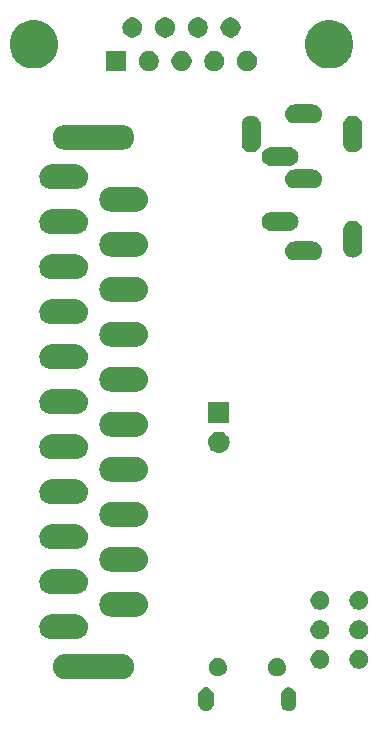
<source format=gbs>
G04 #@! TF.GenerationSoftware,KiCad,Pcbnew,(5.1.0)-1*
G04 #@! TF.CreationDate,2019-10-24T14:33:42-04:00*
G04 #@! TF.ProjectId,SCART to  VGA,53434152-5420-4746-9f20-205647412e6b,rev?*
G04 #@! TF.SameCoordinates,Original*
G04 #@! TF.FileFunction,Soldermask,Bot*
G04 #@! TF.FilePolarity,Negative*
%FSLAX46Y46*%
G04 Gerber Fmt 4.6, Leading zero omitted, Abs format (unit mm)*
G04 Created by KiCad (PCBNEW (5.1.0)-1) date 2019-10-24 14:33:42*
%MOMM*%
%LPD*%
G04 APERTURE LIST*
%ADD10C,0.100000*%
G04 APERTURE END LIST*
D10*
G36*
X92004618Y-135056420D02*
G01*
X92095404Y-135083960D01*
X92127336Y-135093646D01*
X92240425Y-135154094D01*
X92339554Y-135235446D01*
X92420906Y-135334575D01*
X92481354Y-135447664D01*
X92491040Y-135479596D01*
X92518580Y-135570382D01*
X92528000Y-135666027D01*
X92528000Y-136429973D01*
X92518580Y-136525618D01*
X92491040Y-136616404D01*
X92481354Y-136648336D01*
X92420906Y-136761425D01*
X92339554Y-136860553D01*
X92240424Y-136941906D01*
X92127335Y-137002354D01*
X92095403Y-137012040D01*
X92004617Y-137039580D01*
X91877000Y-137052149D01*
X91749382Y-137039580D01*
X91658596Y-137012040D01*
X91626664Y-137002354D01*
X91513575Y-136941906D01*
X91414447Y-136860554D01*
X91333094Y-136761424D01*
X91272646Y-136648335D01*
X91262960Y-136616403D01*
X91235420Y-136525617D01*
X91226000Y-136429972D01*
X91226000Y-135666027D01*
X91235420Y-135570382D01*
X91272645Y-135447668D01*
X91297608Y-135400966D01*
X91333095Y-135334575D01*
X91414447Y-135235446D01*
X91513576Y-135154094D01*
X91626665Y-135093646D01*
X91658597Y-135083960D01*
X91749383Y-135056420D01*
X91877000Y-135043851D01*
X92004618Y-135056420D01*
X92004618Y-135056420D01*
G37*
G36*
X99004617Y-135056420D02*
G01*
X99095403Y-135083960D01*
X99127335Y-135093646D01*
X99240424Y-135154094D01*
X99339554Y-135235447D01*
X99420906Y-135334575D01*
X99481354Y-135447664D01*
X99491040Y-135479596D01*
X99518580Y-135570382D01*
X99528000Y-135666027D01*
X99528000Y-136429973D01*
X99518580Y-136525618D01*
X99491040Y-136616404D01*
X99481354Y-136648336D01*
X99420906Y-136761425D01*
X99339554Y-136860554D01*
X99240425Y-136941906D01*
X99127336Y-137002354D01*
X99095404Y-137012040D01*
X99004618Y-137039580D01*
X98877000Y-137052149D01*
X98749383Y-137039580D01*
X98658597Y-137012040D01*
X98626665Y-137002354D01*
X98513576Y-136941906D01*
X98414447Y-136860554D01*
X98333095Y-136761425D01*
X98272648Y-136648337D01*
X98272645Y-136648332D01*
X98235420Y-136525618D01*
X98226000Y-136429973D01*
X98226000Y-135666028D01*
X98235420Y-135570383D01*
X98272645Y-135447669D01*
X98272646Y-135447665D01*
X98333094Y-135334576D01*
X98414447Y-135235446D01*
X98513575Y-135154094D01*
X98626664Y-135093646D01*
X98658596Y-135083960D01*
X98749382Y-135056420D01*
X98877000Y-135043851D01*
X99004617Y-135056420D01*
X99004617Y-135056420D01*
G37*
G36*
X84862597Y-132225069D02*
G01*
X84965532Y-132235207D01*
X85157389Y-132293407D01*
X85163649Y-132295306D01*
X85260475Y-132347061D01*
X85346229Y-132392897D01*
X85506265Y-132524235D01*
X85637603Y-132684271D01*
X85670191Y-132745239D01*
X85735194Y-132866851D01*
X85735195Y-132866854D01*
X85795293Y-133064968D01*
X85815585Y-133271000D01*
X85795293Y-133477032D01*
X85765772Y-133574348D01*
X85735194Y-133675149D01*
X85683439Y-133771975D01*
X85637603Y-133857729D01*
X85506265Y-134017765D01*
X85346229Y-134149103D01*
X85260475Y-134194939D01*
X85163649Y-134246694D01*
X85163646Y-134246695D01*
X84965532Y-134306793D01*
X84862597Y-134316931D01*
X84811131Y-134322000D01*
X79907869Y-134322000D01*
X79856403Y-134316931D01*
X79753468Y-134306793D01*
X79555354Y-134246695D01*
X79555351Y-134246694D01*
X79458525Y-134194939D01*
X79372771Y-134149103D01*
X79212735Y-134017765D01*
X79081397Y-133857729D01*
X79035561Y-133771975D01*
X78983806Y-133675149D01*
X78953228Y-133574348D01*
X78923707Y-133477032D01*
X78903415Y-133271000D01*
X78923707Y-133064968D01*
X78983805Y-132866854D01*
X78983806Y-132866851D01*
X79048809Y-132745239D01*
X79081397Y-132684271D01*
X79212735Y-132524235D01*
X79372771Y-132392897D01*
X79458525Y-132347061D01*
X79555351Y-132295306D01*
X79561611Y-132293407D01*
X79753468Y-132235207D01*
X79856403Y-132225069D01*
X79907869Y-132220000D01*
X84811131Y-132220000D01*
X84862597Y-132225069D01*
X84862597Y-132225069D01*
G37*
G36*
X93103348Y-132601820D02*
G01*
X93103350Y-132601821D01*
X93103351Y-132601821D01*
X93244574Y-132660317D01*
X93244577Y-132660319D01*
X93371669Y-132745239D01*
X93479761Y-132853331D01*
X93517615Y-132909984D01*
X93564683Y-132980426D01*
X93599701Y-133064968D01*
X93623180Y-133121652D01*
X93653000Y-133271569D01*
X93653000Y-133424431D01*
X93642538Y-133477030D01*
X93623179Y-133574351D01*
X93564683Y-133715574D01*
X93564681Y-133715577D01*
X93479761Y-133842669D01*
X93371669Y-133950761D01*
X93271390Y-134017765D01*
X93244574Y-134035683D01*
X93103351Y-134094179D01*
X93103350Y-134094179D01*
X93103348Y-134094180D01*
X92953431Y-134124000D01*
X92800569Y-134124000D01*
X92650652Y-134094180D01*
X92650650Y-134094179D01*
X92650649Y-134094179D01*
X92509426Y-134035683D01*
X92482610Y-134017765D01*
X92382331Y-133950761D01*
X92274239Y-133842669D01*
X92189319Y-133715577D01*
X92189317Y-133715574D01*
X92130821Y-133574351D01*
X92111463Y-133477030D01*
X92101000Y-133424431D01*
X92101000Y-133271569D01*
X92130820Y-133121652D01*
X92154299Y-133064968D01*
X92189317Y-132980426D01*
X92236385Y-132909984D01*
X92274239Y-132853331D01*
X92382331Y-132745239D01*
X92509423Y-132660319D01*
X92509426Y-132660317D01*
X92650649Y-132601821D01*
X92650650Y-132601821D01*
X92650652Y-132601820D01*
X92800569Y-132572000D01*
X92953431Y-132572000D01*
X93103348Y-132601820D01*
X93103348Y-132601820D01*
G37*
G36*
X98103348Y-132601820D02*
G01*
X98103350Y-132601821D01*
X98103351Y-132601821D01*
X98244574Y-132660317D01*
X98244577Y-132660319D01*
X98371669Y-132745239D01*
X98479761Y-132853331D01*
X98517615Y-132909984D01*
X98564683Y-132980426D01*
X98599701Y-133064968D01*
X98623180Y-133121652D01*
X98653000Y-133271569D01*
X98653000Y-133424431D01*
X98642538Y-133477030D01*
X98623179Y-133574351D01*
X98564683Y-133715574D01*
X98564681Y-133715577D01*
X98479761Y-133842669D01*
X98371669Y-133950761D01*
X98271390Y-134017765D01*
X98244574Y-134035683D01*
X98103351Y-134094179D01*
X98103350Y-134094179D01*
X98103348Y-134094180D01*
X97953431Y-134124000D01*
X97800569Y-134124000D01*
X97650652Y-134094180D01*
X97650650Y-134094179D01*
X97650649Y-134094179D01*
X97509426Y-134035683D01*
X97482610Y-134017765D01*
X97382331Y-133950761D01*
X97274239Y-133842669D01*
X97189319Y-133715577D01*
X97189317Y-133715574D01*
X97130821Y-133574351D01*
X97111463Y-133477030D01*
X97101000Y-133424431D01*
X97101000Y-133271569D01*
X97130820Y-133121652D01*
X97154299Y-133064968D01*
X97189317Y-132980426D01*
X97236385Y-132909984D01*
X97274239Y-132853331D01*
X97382331Y-132745239D01*
X97509423Y-132660319D01*
X97509426Y-132660317D01*
X97650649Y-132601821D01*
X97650650Y-132601821D01*
X97650652Y-132601820D01*
X97800569Y-132572000D01*
X97953431Y-132572000D01*
X98103348Y-132601820D01*
X98103348Y-132601820D01*
G37*
G36*
X105058984Y-131900358D02*
G01*
X105205593Y-131961086D01*
X105205595Y-131961087D01*
X105272014Y-132005467D01*
X105337539Y-132049249D01*
X105449751Y-132161461D01*
X105537914Y-132293407D01*
X105598642Y-132440016D01*
X105629600Y-132595654D01*
X105629600Y-132754346D01*
X105598642Y-132909984D01*
X105537914Y-133056593D01*
X105537913Y-133056595D01*
X105449750Y-133188540D01*
X105337540Y-133300750D01*
X105205595Y-133388913D01*
X105205594Y-133388914D01*
X105205593Y-133388914D01*
X105058984Y-133449642D01*
X104903346Y-133480600D01*
X104744654Y-133480600D01*
X104589016Y-133449642D01*
X104442407Y-133388914D01*
X104442406Y-133388914D01*
X104442405Y-133388913D01*
X104310460Y-133300750D01*
X104198250Y-133188540D01*
X104110087Y-133056595D01*
X104110086Y-133056593D01*
X104049358Y-132909984D01*
X104018400Y-132754346D01*
X104018400Y-132595654D01*
X104049358Y-132440016D01*
X104110086Y-132293407D01*
X104198249Y-132161461D01*
X104310461Y-132049249D01*
X104375986Y-132005467D01*
X104442405Y-131961087D01*
X104442407Y-131961086D01*
X104589016Y-131900358D01*
X104744654Y-131869400D01*
X104903346Y-131869400D01*
X105058984Y-131900358D01*
X105058984Y-131900358D01*
G37*
G36*
X101758984Y-131900358D02*
G01*
X101905593Y-131961086D01*
X101905595Y-131961087D01*
X101972014Y-132005467D01*
X102037539Y-132049249D01*
X102149751Y-132161461D01*
X102237914Y-132293407D01*
X102298642Y-132440016D01*
X102329600Y-132595654D01*
X102329600Y-132754346D01*
X102298642Y-132909984D01*
X102237914Y-133056593D01*
X102237913Y-133056595D01*
X102149750Y-133188540D01*
X102037540Y-133300750D01*
X101905595Y-133388913D01*
X101905594Y-133388914D01*
X101905593Y-133388914D01*
X101758984Y-133449642D01*
X101603346Y-133480600D01*
X101444654Y-133480600D01*
X101289016Y-133449642D01*
X101142407Y-133388914D01*
X101142406Y-133388914D01*
X101142405Y-133388913D01*
X101010460Y-133300750D01*
X100898250Y-133188540D01*
X100810087Y-133056595D01*
X100810086Y-133056593D01*
X100749358Y-132909984D01*
X100718400Y-132754346D01*
X100718400Y-132595654D01*
X100749358Y-132440016D01*
X100810086Y-132293407D01*
X100898249Y-132161461D01*
X101010461Y-132049249D01*
X101075986Y-132005467D01*
X101142405Y-131961087D01*
X101142407Y-131961086D01*
X101289016Y-131900358D01*
X101444654Y-131869400D01*
X101603346Y-131869400D01*
X101758984Y-131900358D01*
X101758984Y-131900358D01*
G37*
G36*
X101758984Y-129400358D02*
G01*
X101905593Y-129461086D01*
X101905595Y-129461087D01*
X101972014Y-129505467D01*
X102037539Y-129549249D01*
X102149751Y-129661461D01*
X102237914Y-129793407D01*
X102298642Y-129940016D01*
X102329600Y-130095654D01*
X102329600Y-130254346D01*
X102298642Y-130409984D01*
X102237914Y-130556593D01*
X102163632Y-130667765D01*
X102149750Y-130688540D01*
X102037540Y-130800750D01*
X101905595Y-130888913D01*
X101905594Y-130888914D01*
X101905593Y-130888914D01*
X101758984Y-130949642D01*
X101603346Y-130980600D01*
X101444654Y-130980600D01*
X101289016Y-130949642D01*
X101142407Y-130888914D01*
X101142406Y-130888914D01*
X101142405Y-130888913D01*
X101010460Y-130800750D01*
X100898250Y-130688540D01*
X100884369Y-130667765D01*
X100810086Y-130556593D01*
X100749358Y-130409984D01*
X100718400Y-130254346D01*
X100718400Y-130095654D01*
X100749358Y-129940016D01*
X100810086Y-129793407D01*
X100898249Y-129661461D01*
X101010461Y-129549249D01*
X101075986Y-129505467D01*
X101142405Y-129461087D01*
X101142407Y-129461086D01*
X101289016Y-129400358D01*
X101444654Y-129369400D01*
X101603346Y-129369400D01*
X101758984Y-129400358D01*
X101758984Y-129400358D01*
G37*
G36*
X105058984Y-129400358D02*
G01*
X105205593Y-129461086D01*
X105205595Y-129461087D01*
X105272014Y-129505467D01*
X105337539Y-129549249D01*
X105449751Y-129661461D01*
X105537914Y-129793407D01*
X105598642Y-129940016D01*
X105629600Y-130095654D01*
X105629600Y-130254346D01*
X105598642Y-130409984D01*
X105537914Y-130556593D01*
X105463632Y-130667765D01*
X105449750Y-130688540D01*
X105337540Y-130800750D01*
X105205595Y-130888913D01*
X105205594Y-130888914D01*
X105205593Y-130888914D01*
X105058984Y-130949642D01*
X104903346Y-130980600D01*
X104744654Y-130980600D01*
X104589016Y-130949642D01*
X104442407Y-130888914D01*
X104442406Y-130888914D01*
X104442405Y-130888913D01*
X104310460Y-130800750D01*
X104198250Y-130688540D01*
X104184369Y-130667765D01*
X104110086Y-130556593D01*
X104049358Y-130409984D01*
X104018400Y-130254346D01*
X104018400Y-130095654D01*
X104049358Y-129940016D01*
X104110086Y-129793407D01*
X104198249Y-129661461D01*
X104310461Y-129549249D01*
X104375986Y-129505467D01*
X104442405Y-129461087D01*
X104442407Y-129461086D01*
X104589016Y-129400358D01*
X104744654Y-129369400D01*
X104903346Y-129369400D01*
X105058984Y-129400358D01*
X105058984Y-129400358D01*
G37*
G36*
X80922597Y-128875069D02*
G01*
X81025532Y-128885207D01*
X81223646Y-128945305D01*
X81223649Y-128945306D01*
X81320475Y-128997061D01*
X81406229Y-129042897D01*
X81566265Y-129174235D01*
X81697603Y-129334271D01*
X81743439Y-129420025D01*
X81795194Y-129516851D01*
X81795195Y-129516854D01*
X81855293Y-129714968D01*
X81875585Y-129921000D01*
X81855293Y-130127032D01*
X81816672Y-130254346D01*
X81795194Y-130325149D01*
X81749848Y-130409985D01*
X81697603Y-130507729D01*
X81566265Y-130667765D01*
X81406229Y-130799103D01*
X81320475Y-130844939D01*
X81223649Y-130896694D01*
X81223646Y-130896695D01*
X81025532Y-130956793D01*
X80922597Y-130966931D01*
X80871131Y-130972000D01*
X78767869Y-130972000D01*
X78716403Y-130966931D01*
X78613468Y-130956793D01*
X78415354Y-130896695D01*
X78415351Y-130896694D01*
X78318525Y-130844939D01*
X78232771Y-130799103D01*
X78072735Y-130667765D01*
X77941397Y-130507729D01*
X77889152Y-130409985D01*
X77843806Y-130325149D01*
X77822328Y-130254346D01*
X77783707Y-130127032D01*
X77763415Y-129921000D01*
X77783707Y-129714968D01*
X77843805Y-129516854D01*
X77843806Y-129516851D01*
X77895561Y-129420025D01*
X77941397Y-129334271D01*
X78072735Y-129174235D01*
X78232771Y-129042897D01*
X78318525Y-128997061D01*
X78415351Y-128945306D01*
X78415354Y-128945305D01*
X78613468Y-128885207D01*
X78716403Y-128875069D01*
X78767869Y-128870000D01*
X80871131Y-128870000D01*
X80922597Y-128875069D01*
X80922597Y-128875069D01*
G37*
G36*
X86002597Y-126960069D02*
G01*
X86105532Y-126970207D01*
X86303646Y-127030305D01*
X86303649Y-127030306D01*
X86400475Y-127082061D01*
X86486229Y-127127897D01*
X86646265Y-127259235D01*
X86777603Y-127419271D01*
X86788691Y-127440016D01*
X86875194Y-127601851D01*
X86875195Y-127601854D01*
X86935293Y-127799968D01*
X86955585Y-128006000D01*
X86935293Y-128212032D01*
X86908380Y-128300750D01*
X86875194Y-128410149D01*
X86854085Y-128449641D01*
X86777603Y-128592729D01*
X86646265Y-128752765D01*
X86486229Y-128884103D01*
X86400475Y-128929939D01*
X86303649Y-128981694D01*
X86303646Y-128981695D01*
X86105532Y-129041793D01*
X86002597Y-129051931D01*
X85951131Y-129057000D01*
X83847869Y-129057000D01*
X83796403Y-129051931D01*
X83693468Y-129041793D01*
X83495354Y-128981695D01*
X83495351Y-128981694D01*
X83398525Y-128929939D01*
X83312771Y-128884103D01*
X83152735Y-128752765D01*
X83021397Y-128592729D01*
X82944915Y-128449641D01*
X82923806Y-128410149D01*
X82890620Y-128300750D01*
X82863707Y-128212032D01*
X82843415Y-128006000D01*
X82863707Y-127799968D01*
X82923805Y-127601854D01*
X82923806Y-127601851D01*
X83010309Y-127440016D01*
X83021397Y-127419271D01*
X83152735Y-127259235D01*
X83312771Y-127127897D01*
X83398525Y-127082061D01*
X83495351Y-127030306D01*
X83495354Y-127030305D01*
X83693468Y-126970207D01*
X83796403Y-126960069D01*
X83847869Y-126955000D01*
X85951131Y-126955000D01*
X86002597Y-126960069D01*
X86002597Y-126960069D01*
G37*
G36*
X101758984Y-126900358D02*
G01*
X101890900Y-126955000D01*
X101905595Y-126961087D01*
X101919244Y-126970207D01*
X102037539Y-127049249D01*
X102149751Y-127161461D01*
X102237914Y-127293407D01*
X102298642Y-127440016D01*
X102329600Y-127595654D01*
X102329600Y-127754346D01*
X102298642Y-127909984D01*
X102237914Y-128056593D01*
X102237913Y-128056595D01*
X102149750Y-128188540D01*
X102037540Y-128300750D01*
X101905595Y-128388913D01*
X101905594Y-128388914D01*
X101905593Y-128388914D01*
X101758984Y-128449642D01*
X101603346Y-128480600D01*
X101444654Y-128480600D01*
X101289016Y-128449642D01*
X101142407Y-128388914D01*
X101142406Y-128388914D01*
X101142405Y-128388913D01*
X101010460Y-128300750D01*
X100898250Y-128188540D01*
X100810087Y-128056595D01*
X100810086Y-128056593D01*
X100749358Y-127909984D01*
X100718400Y-127754346D01*
X100718400Y-127595654D01*
X100749358Y-127440016D01*
X100810086Y-127293407D01*
X100898249Y-127161461D01*
X101010461Y-127049249D01*
X101128756Y-126970207D01*
X101142405Y-126961087D01*
X101157100Y-126955000D01*
X101289016Y-126900358D01*
X101444654Y-126869400D01*
X101603346Y-126869400D01*
X101758984Y-126900358D01*
X101758984Y-126900358D01*
G37*
G36*
X105058984Y-126900358D02*
G01*
X105190900Y-126955000D01*
X105205595Y-126961087D01*
X105219244Y-126970207D01*
X105337539Y-127049249D01*
X105449751Y-127161461D01*
X105537914Y-127293407D01*
X105598642Y-127440016D01*
X105629600Y-127595654D01*
X105629600Y-127754346D01*
X105598642Y-127909984D01*
X105537914Y-128056593D01*
X105537913Y-128056595D01*
X105449750Y-128188540D01*
X105337540Y-128300750D01*
X105205595Y-128388913D01*
X105205594Y-128388914D01*
X105205593Y-128388914D01*
X105058984Y-128449642D01*
X104903346Y-128480600D01*
X104744654Y-128480600D01*
X104589016Y-128449642D01*
X104442407Y-128388914D01*
X104442406Y-128388914D01*
X104442405Y-128388913D01*
X104310460Y-128300750D01*
X104198250Y-128188540D01*
X104110087Y-128056595D01*
X104110086Y-128056593D01*
X104049358Y-127909984D01*
X104018400Y-127754346D01*
X104018400Y-127595654D01*
X104049358Y-127440016D01*
X104110086Y-127293407D01*
X104198249Y-127161461D01*
X104310461Y-127049249D01*
X104428756Y-126970207D01*
X104442405Y-126961087D01*
X104457100Y-126955000D01*
X104589016Y-126900358D01*
X104744654Y-126869400D01*
X104903346Y-126869400D01*
X105058984Y-126900358D01*
X105058984Y-126900358D01*
G37*
G36*
X80922597Y-125065069D02*
G01*
X81025532Y-125075207D01*
X81223646Y-125135305D01*
X81223649Y-125135306D01*
X81320475Y-125187061D01*
X81406229Y-125232897D01*
X81566265Y-125364235D01*
X81697603Y-125524271D01*
X81743439Y-125610025D01*
X81795194Y-125706851D01*
X81795195Y-125706854D01*
X81855293Y-125904968D01*
X81875585Y-126111000D01*
X81855293Y-126317032D01*
X81795195Y-126515146D01*
X81795194Y-126515149D01*
X81743439Y-126611975D01*
X81697603Y-126697729D01*
X81566265Y-126857765D01*
X81406229Y-126989103D01*
X81329145Y-127030305D01*
X81223649Y-127086694D01*
X81223646Y-127086695D01*
X81025532Y-127146793D01*
X80922597Y-127156931D01*
X80871131Y-127162000D01*
X78767869Y-127162000D01*
X78716403Y-127156931D01*
X78613468Y-127146793D01*
X78415354Y-127086695D01*
X78415351Y-127086694D01*
X78309855Y-127030305D01*
X78232771Y-126989103D01*
X78072735Y-126857765D01*
X77941397Y-126697729D01*
X77895561Y-126611975D01*
X77843806Y-126515149D01*
X77843805Y-126515146D01*
X77783707Y-126317032D01*
X77763415Y-126111000D01*
X77783707Y-125904968D01*
X77843805Y-125706854D01*
X77843806Y-125706851D01*
X77895561Y-125610025D01*
X77941397Y-125524271D01*
X78072735Y-125364235D01*
X78232771Y-125232897D01*
X78318525Y-125187061D01*
X78415351Y-125135306D01*
X78415354Y-125135305D01*
X78613468Y-125075207D01*
X78716403Y-125065069D01*
X78767869Y-125060000D01*
X80871131Y-125060000D01*
X80922597Y-125065069D01*
X80922597Y-125065069D01*
G37*
G36*
X86002597Y-123150069D02*
G01*
X86105532Y-123160207D01*
X86303646Y-123220305D01*
X86303649Y-123220306D01*
X86400475Y-123272061D01*
X86486229Y-123317897D01*
X86646265Y-123449235D01*
X86777603Y-123609271D01*
X86823439Y-123695025D01*
X86875194Y-123791851D01*
X86875195Y-123791854D01*
X86935293Y-123989968D01*
X86955585Y-124196000D01*
X86935293Y-124402032D01*
X86875195Y-124600146D01*
X86875194Y-124600149D01*
X86823439Y-124696975D01*
X86777603Y-124782729D01*
X86646265Y-124942765D01*
X86486229Y-125074103D01*
X86400475Y-125119939D01*
X86303649Y-125171694D01*
X86303646Y-125171695D01*
X86105532Y-125231793D01*
X86002597Y-125241931D01*
X85951131Y-125247000D01*
X83847869Y-125247000D01*
X83796403Y-125241931D01*
X83693468Y-125231793D01*
X83495354Y-125171695D01*
X83495351Y-125171694D01*
X83398525Y-125119939D01*
X83312771Y-125074103D01*
X83152735Y-124942765D01*
X83021397Y-124782729D01*
X82975561Y-124696975D01*
X82923806Y-124600149D01*
X82923805Y-124600146D01*
X82863707Y-124402032D01*
X82843415Y-124196000D01*
X82863707Y-123989968D01*
X82923805Y-123791854D01*
X82923806Y-123791851D01*
X82975561Y-123695025D01*
X83021397Y-123609271D01*
X83152735Y-123449235D01*
X83312771Y-123317897D01*
X83398525Y-123272061D01*
X83495351Y-123220306D01*
X83495354Y-123220305D01*
X83693468Y-123160207D01*
X83796403Y-123150069D01*
X83847869Y-123145000D01*
X85951131Y-123145000D01*
X86002597Y-123150069D01*
X86002597Y-123150069D01*
G37*
G36*
X80922597Y-121255069D02*
G01*
X81025532Y-121265207D01*
X81223646Y-121325305D01*
X81223649Y-121325306D01*
X81320475Y-121377061D01*
X81406229Y-121422897D01*
X81566265Y-121554235D01*
X81697603Y-121714271D01*
X81743439Y-121800025D01*
X81795194Y-121896851D01*
X81795195Y-121896854D01*
X81855293Y-122094968D01*
X81875585Y-122301000D01*
X81855293Y-122507032D01*
X81795195Y-122705146D01*
X81795194Y-122705149D01*
X81743439Y-122801975D01*
X81697603Y-122887729D01*
X81566265Y-123047765D01*
X81406229Y-123179103D01*
X81329145Y-123220305D01*
X81223649Y-123276694D01*
X81223646Y-123276695D01*
X81025532Y-123336793D01*
X80922597Y-123346931D01*
X80871131Y-123352000D01*
X78767869Y-123352000D01*
X78716403Y-123346931D01*
X78613468Y-123336793D01*
X78415354Y-123276695D01*
X78415351Y-123276694D01*
X78309855Y-123220305D01*
X78232771Y-123179103D01*
X78072735Y-123047765D01*
X77941397Y-122887729D01*
X77895561Y-122801975D01*
X77843806Y-122705149D01*
X77843805Y-122705146D01*
X77783707Y-122507032D01*
X77763415Y-122301000D01*
X77783707Y-122094968D01*
X77843805Y-121896854D01*
X77843806Y-121896851D01*
X77895561Y-121800025D01*
X77941397Y-121714271D01*
X78072735Y-121554235D01*
X78232771Y-121422897D01*
X78318525Y-121377061D01*
X78415351Y-121325306D01*
X78415354Y-121325305D01*
X78613468Y-121265207D01*
X78716403Y-121255069D01*
X78767869Y-121250000D01*
X80871131Y-121250000D01*
X80922597Y-121255069D01*
X80922597Y-121255069D01*
G37*
G36*
X86002597Y-119340069D02*
G01*
X86105532Y-119350207D01*
X86303646Y-119410305D01*
X86303649Y-119410306D01*
X86400475Y-119462061D01*
X86486229Y-119507897D01*
X86646265Y-119639235D01*
X86777603Y-119799271D01*
X86823439Y-119885025D01*
X86875194Y-119981851D01*
X86875195Y-119981854D01*
X86935293Y-120179968D01*
X86955585Y-120386000D01*
X86935293Y-120592032D01*
X86875195Y-120790146D01*
X86875194Y-120790149D01*
X86823439Y-120886975D01*
X86777603Y-120972729D01*
X86646265Y-121132765D01*
X86486229Y-121264103D01*
X86400475Y-121309939D01*
X86303649Y-121361694D01*
X86303646Y-121361695D01*
X86105532Y-121421793D01*
X86002597Y-121431931D01*
X85951131Y-121437000D01*
X83847869Y-121437000D01*
X83796403Y-121431931D01*
X83693468Y-121421793D01*
X83495354Y-121361695D01*
X83495351Y-121361694D01*
X83398525Y-121309939D01*
X83312771Y-121264103D01*
X83152735Y-121132765D01*
X83021397Y-120972729D01*
X82975561Y-120886975D01*
X82923806Y-120790149D01*
X82923805Y-120790146D01*
X82863707Y-120592032D01*
X82843415Y-120386000D01*
X82863707Y-120179968D01*
X82923805Y-119981854D01*
X82923806Y-119981851D01*
X82975561Y-119885025D01*
X83021397Y-119799271D01*
X83152735Y-119639235D01*
X83312771Y-119507897D01*
X83398525Y-119462061D01*
X83495351Y-119410306D01*
X83495354Y-119410305D01*
X83693468Y-119350207D01*
X83796403Y-119340069D01*
X83847869Y-119335000D01*
X85951131Y-119335000D01*
X86002597Y-119340069D01*
X86002597Y-119340069D01*
G37*
G36*
X80922597Y-117445069D02*
G01*
X81025532Y-117455207D01*
X81223646Y-117515305D01*
X81223649Y-117515306D01*
X81320475Y-117567061D01*
X81406229Y-117612897D01*
X81566265Y-117744235D01*
X81697603Y-117904271D01*
X81743439Y-117990025D01*
X81795194Y-118086851D01*
X81795195Y-118086854D01*
X81855293Y-118284968D01*
X81875585Y-118491000D01*
X81855293Y-118697032D01*
X81795195Y-118895146D01*
X81795194Y-118895149D01*
X81743439Y-118991975D01*
X81697603Y-119077729D01*
X81566265Y-119237765D01*
X81406229Y-119369103D01*
X81329145Y-119410305D01*
X81223649Y-119466694D01*
X81223646Y-119466695D01*
X81025532Y-119526793D01*
X80922597Y-119536931D01*
X80871131Y-119542000D01*
X78767869Y-119542000D01*
X78716403Y-119536931D01*
X78613468Y-119526793D01*
X78415354Y-119466695D01*
X78415351Y-119466694D01*
X78309855Y-119410305D01*
X78232771Y-119369103D01*
X78072735Y-119237765D01*
X77941397Y-119077729D01*
X77895561Y-118991975D01*
X77843806Y-118895149D01*
X77843805Y-118895146D01*
X77783707Y-118697032D01*
X77763415Y-118491000D01*
X77783707Y-118284968D01*
X77843805Y-118086854D01*
X77843806Y-118086851D01*
X77895561Y-117990025D01*
X77941397Y-117904271D01*
X78072735Y-117744235D01*
X78232771Y-117612897D01*
X78318525Y-117567061D01*
X78415351Y-117515306D01*
X78415354Y-117515305D01*
X78613468Y-117455207D01*
X78716403Y-117445069D01*
X78767869Y-117440000D01*
X80871131Y-117440000D01*
X80922597Y-117445069D01*
X80922597Y-117445069D01*
G37*
G36*
X86002597Y-115530069D02*
G01*
X86105532Y-115540207D01*
X86303646Y-115600305D01*
X86303649Y-115600306D01*
X86400475Y-115652061D01*
X86486229Y-115697897D01*
X86646265Y-115829235D01*
X86777603Y-115989271D01*
X86823439Y-116075025D01*
X86875194Y-116171851D01*
X86875195Y-116171854D01*
X86935293Y-116369968D01*
X86955585Y-116576000D01*
X86935293Y-116782032D01*
X86875195Y-116980146D01*
X86875194Y-116980149D01*
X86823439Y-117076975D01*
X86777603Y-117162729D01*
X86646265Y-117322765D01*
X86486229Y-117454103D01*
X86400475Y-117499939D01*
X86303649Y-117551694D01*
X86303646Y-117551695D01*
X86105532Y-117611793D01*
X86002597Y-117621931D01*
X85951131Y-117627000D01*
X83847869Y-117627000D01*
X83796403Y-117621931D01*
X83693468Y-117611793D01*
X83495354Y-117551695D01*
X83495351Y-117551694D01*
X83398525Y-117499939D01*
X83312771Y-117454103D01*
X83152735Y-117322765D01*
X83021397Y-117162729D01*
X82975561Y-117076975D01*
X82923806Y-116980149D01*
X82923805Y-116980146D01*
X82863707Y-116782032D01*
X82843415Y-116576000D01*
X82863707Y-116369968D01*
X82923805Y-116171854D01*
X82923806Y-116171851D01*
X82975561Y-116075025D01*
X83021397Y-115989271D01*
X83152735Y-115829235D01*
X83312771Y-115697897D01*
X83398525Y-115652061D01*
X83495351Y-115600306D01*
X83495354Y-115600305D01*
X83693468Y-115540207D01*
X83796403Y-115530069D01*
X83847869Y-115525000D01*
X85951131Y-115525000D01*
X86002597Y-115530069D01*
X86002597Y-115530069D01*
G37*
G36*
X80922597Y-113635069D02*
G01*
X81025532Y-113645207D01*
X81223646Y-113705305D01*
X81223649Y-113705306D01*
X81320475Y-113757061D01*
X81406229Y-113802897D01*
X81566265Y-113934235D01*
X81697603Y-114094271D01*
X81713158Y-114123373D01*
X81795194Y-114276851D01*
X81795195Y-114276854D01*
X81855293Y-114474968D01*
X81875585Y-114681000D01*
X81855293Y-114887032D01*
X81795195Y-115085146D01*
X81795194Y-115085149D01*
X81743439Y-115181975D01*
X81697603Y-115267729D01*
X81566265Y-115427765D01*
X81406229Y-115559103D01*
X81329145Y-115600305D01*
X81223649Y-115656694D01*
X81223646Y-115656695D01*
X81025532Y-115716793D01*
X80922597Y-115726931D01*
X80871131Y-115732000D01*
X78767869Y-115732000D01*
X78716403Y-115726931D01*
X78613468Y-115716793D01*
X78415354Y-115656695D01*
X78415351Y-115656694D01*
X78309855Y-115600305D01*
X78232771Y-115559103D01*
X78072735Y-115427765D01*
X77941397Y-115267729D01*
X77895561Y-115181975D01*
X77843806Y-115085149D01*
X77843805Y-115085146D01*
X77783707Y-114887032D01*
X77763415Y-114681000D01*
X77783707Y-114474968D01*
X77843805Y-114276854D01*
X77843806Y-114276851D01*
X77925842Y-114123373D01*
X77941397Y-114094271D01*
X78072735Y-113934235D01*
X78232771Y-113802897D01*
X78318525Y-113757061D01*
X78415351Y-113705306D01*
X78415354Y-113705305D01*
X78613468Y-113645207D01*
X78716403Y-113635069D01*
X78767869Y-113630000D01*
X80871131Y-113630000D01*
X80922597Y-113635069D01*
X80922597Y-113635069D01*
G37*
G36*
X93074443Y-113405519D02*
G01*
X93140627Y-113412037D01*
X93310466Y-113463557D01*
X93466991Y-113547222D01*
X93502729Y-113576552D01*
X93604186Y-113659814D01*
X93671382Y-113741694D01*
X93716778Y-113797009D01*
X93800443Y-113953534D01*
X93851963Y-114123373D01*
X93869359Y-114300000D01*
X93851963Y-114476627D01*
X93800443Y-114646466D01*
X93716778Y-114802991D01*
X93687448Y-114838729D01*
X93604186Y-114940186D01*
X93502729Y-115023448D01*
X93466991Y-115052778D01*
X93310466Y-115136443D01*
X93140627Y-115187963D01*
X93074442Y-115194482D01*
X93008260Y-115201000D01*
X92919740Y-115201000D01*
X92853558Y-115194482D01*
X92787373Y-115187963D01*
X92617534Y-115136443D01*
X92461009Y-115052778D01*
X92425271Y-115023448D01*
X92323814Y-114940186D01*
X92240552Y-114838729D01*
X92211222Y-114802991D01*
X92127557Y-114646466D01*
X92076037Y-114476627D01*
X92058641Y-114300000D01*
X92076037Y-114123373D01*
X92127557Y-113953534D01*
X92211222Y-113797009D01*
X92256618Y-113741694D01*
X92323814Y-113659814D01*
X92425271Y-113576552D01*
X92461009Y-113547222D01*
X92617534Y-113463557D01*
X92787373Y-113412037D01*
X92853557Y-113405519D01*
X92919740Y-113399000D01*
X93008260Y-113399000D01*
X93074443Y-113405519D01*
X93074443Y-113405519D01*
G37*
G36*
X86002597Y-111720069D02*
G01*
X86105532Y-111730207D01*
X86303646Y-111790305D01*
X86303649Y-111790306D01*
X86400475Y-111842061D01*
X86486229Y-111887897D01*
X86646265Y-112019235D01*
X86777603Y-112179271D01*
X86823439Y-112265025D01*
X86875194Y-112361851D01*
X86875195Y-112361854D01*
X86935293Y-112559968D01*
X86955585Y-112766000D01*
X86935293Y-112972032D01*
X86875195Y-113170146D01*
X86875194Y-113170149D01*
X86823439Y-113266975D01*
X86777603Y-113352729D01*
X86646265Y-113512765D01*
X86486229Y-113644103D01*
X86400475Y-113689939D01*
X86303649Y-113741694D01*
X86303646Y-113741695D01*
X86105532Y-113801793D01*
X86002597Y-113811931D01*
X85951131Y-113817000D01*
X83847869Y-113817000D01*
X83796403Y-113811931D01*
X83693468Y-113801793D01*
X83495354Y-113741695D01*
X83495351Y-113741694D01*
X83398525Y-113689939D01*
X83312771Y-113644103D01*
X83152735Y-113512765D01*
X83021397Y-113352729D01*
X82975561Y-113266975D01*
X82923806Y-113170149D01*
X82923805Y-113170146D01*
X82863707Y-112972032D01*
X82843415Y-112766000D01*
X82863707Y-112559968D01*
X82923805Y-112361854D01*
X82923806Y-112361851D01*
X82975561Y-112265025D01*
X83021397Y-112179271D01*
X83152735Y-112019235D01*
X83312771Y-111887897D01*
X83398525Y-111842061D01*
X83495351Y-111790306D01*
X83495354Y-111790305D01*
X83693468Y-111730207D01*
X83796403Y-111720069D01*
X83847869Y-111715000D01*
X85951131Y-111715000D01*
X86002597Y-111720069D01*
X86002597Y-111720069D01*
G37*
G36*
X93865000Y-112661000D02*
G01*
X92063000Y-112661000D01*
X92063000Y-110859000D01*
X93865000Y-110859000D01*
X93865000Y-112661000D01*
X93865000Y-112661000D01*
G37*
G36*
X80922597Y-109825069D02*
G01*
X81025532Y-109835207D01*
X81223646Y-109895305D01*
X81223649Y-109895306D01*
X81320475Y-109947061D01*
X81406229Y-109992897D01*
X81566265Y-110124235D01*
X81697603Y-110284271D01*
X81743439Y-110370025D01*
X81795194Y-110466851D01*
X81795195Y-110466854D01*
X81855293Y-110664968D01*
X81875585Y-110871000D01*
X81855293Y-111077032D01*
X81795195Y-111275146D01*
X81795194Y-111275149D01*
X81743439Y-111371975D01*
X81697603Y-111457729D01*
X81566265Y-111617765D01*
X81406229Y-111749103D01*
X81329145Y-111790305D01*
X81223649Y-111846694D01*
X81223646Y-111846695D01*
X81025532Y-111906793D01*
X80922597Y-111916931D01*
X80871131Y-111922000D01*
X78767869Y-111922000D01*
X78716403Y-111916931D01*
X78613468Y-111906793D01*
X78415354Y-111846695D01*
X78415351Y-111846694D01*
X78309855Y-111790305D01*
X78232771Y-111749103D01*
X78072735Y-111617765D01*
X77941397Y-111457729D01*
X77895561Y-111371975D01*
X77843806Y-111275149D01*
X77843805Y-111275146D01*
X77783707Y-111077032D01*
X77763415Y-110871000D01*
X77783707Y-110664968D01*
X77843805Y-110466854D01*
X77843806Y-110466851D01*
X77895561Y-110370025D01*
X77941397Y-110284271D01*
X78072735Y-110124235D01*
X78232771Y-109992897D01*
X78318525Y-109947061D01*
X78415351Y-109895306D01*
X78415354Y-109895305D01*
X78613468Y-109835207D01*
X78716403Y-109825069D01*
X78767869Y-109820000D01*
X80871131Y-109820000D01*
X80922597Y-109825069D01*
X80922597Y-109825069D01*
G37*
G36*
X86002597Y-107910069D02*
G01*
X86105532Y-107920207D01*
X86303646Y-107980305D01*
X86303649Y-107980306D01*
X86400475Y-108032061D01*
X86486229Y-108077897D01*
X86646265Y-108209235D01*
X86777603Y-108369271D01*
X86823439Y-108455025D01*
X86875194Y-108551851D01*
X86875195Y-108551854D01*
X86935293Y-108749968D01*
X86955585Y-108956000D01*
X86935293Y-109162032D01*
X86875195Y-109360146D01*
X86875194Y-109360149D01*
X86823439Y-109456975D01*
X86777603Y-109542729D01*
X86646265Y-109702765D01*
X86486229Y-109834103D01*
X86400475Y-109879939D01*
X86303649Y-109931694D01*
X86303646Y-109931695D01*
X86105532Y-109991793D01*
X86002597Y-110001931D01*
X85951131Y-110007000D01*
X83847869Y-110007000D01*
X83796403Y-110001931D01*
X83693468Y-109991793D01*
X83495354Y-109931695D01*
X83495351Y-109931694D01*
X83398525Y-109879939D01*
X83312771Y-109834103D01*
X83152735Y-109702765D01*
X83021397Y-109542729D01*
X82975561Y-109456975D01*
X82923806Y-109360149D01*
X82923805Y-109360146D01*
X82863707Y-109162032D01*
X82843415Y-108956000D01*
X82863707Y-108749968D01*
X82923805Y-108551854D01*
X82923806Y-108551851D01*
X82975561Y-108455025D01*
X83021397Y-108369271D01*
X83152735Y-108209235D01*
X83312771Y-108077897D01*
X83398525Y-108032061D01*
X83495351Y-107980306D01*
X83495354Y-107980305D01*
X83693468Y-107920207D01*
X83796403Y-107910069D01*
X83847869Y-107905000D01*
X85951131Y-107905000D01*
X86002597Y-107910069D01*
X86002597Y-107910069D01*
G37*
G36*
X80922597Y-106015069D02*
G01*
X81025532Y-106025207D01*
X81223646Y-106085305D01*
X81223649Y-106085306D01*
X81320475Y-106137061D01*
X81406229Y-106182897D01*
X81566265Y-106314235D01*
X81697603Y-106474271D01*
X81743439Y-106560025D01*
X81795194Y-106656851D01*
X81795195Y-106656854D01*
X81855293Y-106854968D01*
X81875585Y-107061000D01*
X81855293Y-107267032D01*
X81795195Y-107465146D01*
X81795194Y-107465149D01*
X81743439Y-107561975D01*
X81697603Y-107647729D01*
X81566265Y-107807765D01*
X81406229Y-107939103D01*
X81329145Y-107980305D01*
X81223649Y-108036694D01*
X81223646Y-108036695D01*
X81025532Y-108096793D01*
X80922597Y-108106931D01*
X80871131Y-108112000D01*
X78767869Y-108112000D01*
X78716403Y-108106931D01*
X78613468Y-108096793D01*
X78415354Y-108036695D01*
X78415351Y-108036694D01*
X78309855Y-107980305D01*
X78232771Y-107939103D01*
X78072735Y-107807765D01*
X77941397Y-107647729D01*
X77895561Y-107561975D01*
X77843806Y-107465149D01*
X77843805Y-107465146D01*
X77783707Y-107267032D01*
X77763415Y-107061000D01*
X77783707Y-106854968D01*
X77843805Y-106656854D01*
X77843806Y-106656851D01*
X77895561Y-106560025D01*
X77941397Y-106474271D01*
X78072735Y-106314235D01*
X78232771Y-106182897D01*
X78318525Y-106137061D01*
X78415351Y-106085306D01*
X78415354Y-106085305D01*
X78613468Y-106025207D01*
X78716403Y-106015069D01*
X78767869Y-106010000D01*
X80871131Y-106010000D01*
X80922597Y-106015069D01*
X80922597Y-106015069D01*
G37*
G36*
X86002597Y-104100069D02*
G01*
X86105532Y-104110207D01*
X86303646Y-104170305D01*
X86303649Y-104170306D01*
X86400475Y-104222061D01*
X86486229Y-104267897D01*
X86646265Y-104399235D01*
X86777603Y-104559271D01*
X86823439Y-104645025D01*
X86875194Y-104741851D01*
X86875195Y-104741854D01*
X86935293Y-104939968D01*
X86955585Y-105146000D01*
X86935293Y-105352032D01*
X86875195Y-105550146D01*
X86875194Y-105550149D01*
X86823439Y-105646975D01*
X86777603Y-105732729D01*
X86646265Y-105892765D01*
X86486229Y-106024103D01*
X86400475Y-106069939D01*
X86303649Y-106121694D01*
X86303646Y-106121695D01*
X86105532Y-106181793D01*
X86002597Y-106191931D01*
X85951131Y-106197000D01*
X83847869Y-106197000D01*
X83796403Y-106191931D01*
X83693468Y-106181793D01*
X83495354Y-106121695D01*
X83495351Y-106121694D01*
X83398525Y-106069939D01*
X83312771Y-106024103D01*
X83152735Y-105892765D01*
X83021397Y-105732729D01*
X82975561Y-105646975D01*
X82923806Y-105550149D01*
X82923805Y-105550146D01*
X82863707Y-105352032D01*
X82843415Y-105146000D01*
X82863707Y-104939968D01*
X82923805Y-104741854D01*
X82923806Y-104741851D01*
X82975561Y-104645025D01*
X83021397Y-104559271D01*
X83152735Y-104399235D01*
X83312771Y-104267897D01*
X83398525Y-104222061D01*
X83495351Y-104170306D01*
X83495354Y-104170305D01*
X83693468Y-104110207D01*
X83796403Y-104100069D01*
X83847869Y-104095000D01*
X85951131Y-104095000D01*
X86002597Y-104100069D01*
X86002597Y-104100069D01*
G37*
G36*
X80922597Y-102205069D02*
G01*
X81025532Y-102215207D01*
X81223646Y-102275305D01*
X81223649Y-102275306D01*
X81320475Y-102327061D01*
X81406229Y-102372897D01*
X81566265Y-102504235D01*
X81697603Y-102664271D01*
X81743439Y-102750025D01*
X81795194Y-102846851D01*
X81795195Y-102846854D01*
X81855293Y-103044968D01*
X81875585Y-103251000D01*
X81855293Y-103457032D01*
X81795195Y-103655146D01*
X81795194Y-103655149D01*
X81743439Y-103751975D01*
X81697603Y-103837729D01*
X81566265Y-103997765D01*
X81406229Y-104129103D01*
X81329145Y-104170305D01*
X81223649Y-104226694D01*
X81223646Y-104226695D01*
X81025532Y-104286793D01*
X80922597Y-104296931D01*
X80871131Y-104302000D01*
X78767869Y-104302000D01*
X78716403Y-104296931D01*
X78613468Y-104286793D01*
X78415354Y-104226695D01*
X78415351Y-104226694D01*
X78309855Y-104170305D01*
X78232771Y-104129103D01*
X78072735Y-103997765D01*
X77941397Y-103837729D01*
X77895561Y-103751975D01*
X77843806Y-103655149D01*
X77843805Y-103655146D01*
X77783707Y-103457032D01*
X77763415Y-103251000D01*
X77783707Y-103044968D01*
X77843805Y-102846854D01*
X77843806Y-102846851D01*
X77895561Y-102750025D01*
X77941397Y-102664271D01*
X78072735Y-102504235D01*
X78232771Y-102372897D01*
X78318525Y-102327061D01*
X78415351Y-102275306D01*
X78415354Y-102275305D01*
X78613468Y-102215207D01*
X78716403Y-102205069D01*
X78767869Y-102200000D01*
X80871131Y-102200000D01*
X80922597Y-102205069D01*
X80922597Y-102205069D01*
G37*
G36*
X86002597Y-100290069D02*
G01*
X86105532Y-100300207D01*
X86303646Y-100360305D01*
X86303649Y-100360306D01*
X86400475Y-100412061D01*
X86486229Y-100457897D01*
X86646265Y-100589235D01*
X86777603Y-100749271D01*
X86823439Y-100835025D01*
X86875194Y-100931851D01*
X86875195Y-100931854D01*
X86935293Y-101129968D01*
X86955585Y-101336000D01*
X86935293Y-101542032D01*
X86875195Y-101740146D01*
X86875194Y-101740149D01*
X86823439Y-101836975D01*
X86777603Y-101922729D01*
X86646265Y-102082765D01*
X86486229Y-102214103D01*
X86400475Y-102259939D01*
X86303649Y-102311694D01*
X86303646Y-102311695D01*
X86105532Y-102371793D01*
X86002597Y-102381931D01*
X85951131Y-102387000D01*
X83847869Y-102387000D01*
X83796403Y-102381931D01*
X83693468Y-102371793D01*
X83495354Y-102311695D01*
X83495351Y-102311694D01*
X83398525Y-102259939D01*
X83312771Y-102214103D01*
X83152735Y-102082765D01*
X83021397Y-101922729D01*
X82975561Y-101836975D01*
X82923806Y-101740149D01*
X82923805Y-101740146D01*
X82863707Y-101542032D01*
X82843415Y-101336000D01*
X82863707Y-101129968D01*
X82923805Y-100931854D01*
X82923806Y-100931851D01*
X82975561Y-100835025D01*
X83021397Y-100749271D01*
X83152735Y-100589235D01*
X83312771Y-100457897D01*
X83398525Y-100412061D01*
X83495351Y-100360306D01*
X83495354Y-100360305D01*
X83693468Y-100300207D01*
X83796403Y-100290069D01*
X83847869Y-100285000D01*
X85951131Y-100285000D01*
X86002597Y-100290069D01*
X86002597Y-100290069D01*
G37*
G36*
X80922597Y-98395069D02*
G01*
X81025532Y-98405207D01*
X81223646Y-98465305D01*
X81223649Y-98465306D01*
X81320475Y-98517061D01*
X81406229Y-98562897D01*
X81566265Y-98694235D01*
X81697603Y-98854271D01*
X81718492Y-98893352D01*
X81795194Y-99036851D01*
X81795195Y-99036854D01*
X81855293Y-99234968D01*
X81875585Y-99441000D01*
X81855293Y-99647032D01*
X81795195Y-99845146D01*
X81795194Y-99845149D01*
X81743439Y-99941975D01*
X81697603Y-100027729D01*
X81566265Y-100187765D01*
X81406229Y-100319103D01*
X81329145Y-100360305D01*
X81223649Y-100416694D01*
X81223646Y-100416695D01*
X81025532Y-100476793D01*
X80922597Y-100486931D01*
X80871131Y-100492000D01*
X78767869Y-100492000D01*
X78716403Y-100486931D01*
X78613468Y-100476793D01*
X78415354Y-100416695D01*
X78415351Y-100416694D01*
X78309855Y-100360305D01*
X78232771Y-100319103D01*
X78072735Y-100187765D01*
X77941397Y-100027729D01*
X77895561Y-99941975D01*
X77843806Y-99845149D01*
X77843805Y-99845146D01*
X77783707Y-99647032D01*
X77763415Y-99441000D01*
X77783707Y-99234968D01*
X77843805Y-99036854D01*
X77843806Y-99036851D01*
X77920508Y-98893352D01*
X77941397Y-98854271D01*
X78072735Y-98694235D01*
X78232771Y-98562897D01*
X78318525Y-98517061D01*
X78415351Y-98465306D01*
X78415354Y-98465305D01*
X78613468Y-98405207D01*
X78716403Y-98395069D01*
X78767869Y-98390000D01*
X80871131Y-98390000D01*
X80922597Y-98395069D01*
X80922597Y-98395069D01*
G37*
G36*
X101061808Y-97306648D02*
G01*
X101213551Y-97352678D01*
X101353398Y-97427428D01*
X101475975Y-97528025D01*
X101576572Y-97650602D01*
X101651322Y-97790449D01*
X101697352Y-97942192D01*
X101712895Y-98100000D01*
X101697352Y-98257808D01*
X101651322Y-98409551D01*
X101576572Y-98549398D01*
X101475975Y-98671975D01*
X101353398Y-98772572D01*
X101213551Y-98847322D01*
X101061808Y-98893352D01*
X100943546Y-98905000D01*
X99356454Y-98905000D01*
X99238192Y-98893352D01*
X99086449Y-98847322D01*
X98946602Y-98772572D01*
X98824025Y-98671975D01*
X98723428Y-98549398D01*
X98648678Y-98409551D01*
X98602648Y-98257808D01*
X98587105Y-98100000D01*
X98602648Y-97942192D01*
X98648678Y-97790449D01*
X98723428Y-97650602D01*
X98824025Y-97528025D01*
X98946602Y-97427428D01*
X99086449Y-97352678D01*
X99238192Y-97306648D01*
X99356454Y-97295000D01*
X100943546Y-97295000D01*
X101061808Y-97306648D01*
X101061808Y-97306648D01*
G37*
G36*
X104457808Y-95552648D02*
G01*
X104609551Y-95598678D01*
X104749398Y-95673428D01*
X104871975Y-95774025D01*
X104972572Y-95896602D01*
X105047322Y-96036449D01*
X105093352Y-96188192D01*
X105105000Y-96306454D01*
X105105000Y-97893546D01*
X105093352Y-98011808D01*
X105047322Y-98163551D01*
X104972572Y-98303398D01*
X104871975Y-98425975D01*
X104749397Y-98526572D01*
X104609550Y-98601322D01*
X104457807Y-98647352D01*
X104300000Y-98662895D01*
X104142192Y-98647352D01*
X103990449Y-98601322D01*
X103850602Y-98526572D01*
X103728025Y-98425975D01*
X103627428Y-98303397D01*
X103552678Y-98163550D01*
X103506648Y-98011807D01*
X103495000Y-97893545D01*
X103495001Y-96306454D01*
X103506649Y-96188192D01*
X103552679Y-96036449D01*
X103627429Y-95896602D01*
X103728026Y-95774025D01*
X103850603Y-95673428D01*
X103990450Y-95598678D01*
X104142193Y-95552648D01*
X104300000Y-95537105D01*
X104457808Y-95552648D01*
X104457808Y-95552648D01*
G37*
G36*
X86002597Y-96480069D02*
G01*
X86105532Y-96490207D01*
X86303646Y-96550305D01*
X86303649Y-96550306D01*
X86400475Y-96602061D01*
X86486229Y-96647897D01*
X86646265Y-96779235D01*
X86777603Y-96939271D01*
X86823439Y-97025025D01*
X86875194Y-97121851D01*
X86875195Y-97121854D01*
X86935293Y-97319968D01*
X86955585Y-97526000D01*
X86935293Y-97732032D01*
X86875195Y-97930146D01*
X86875194Y-97930149D01*
X86831548Y-98011805D01*
X86777603Y-98112729D01*
X86646265Y-98272765D01*
X86486229Y-98404103D01*
X86445309Y-98425975D01*
X86303649Y-98501694D01*
X86303646Y-98501695D01*
X86105532Y-98561793D01*
X86002597Y-98571931D01*
X85951131Y-98577000D01*
X83847869Y-98577000D01*
X83796403Y-98571931D01*
X83693468Y-98561793D01*
X83495354Y-98501695D01*
X83495351Y-98501694D01*
X83353691Y-98425975D01*
X83312771Y-98404103D01*
X83152735Y-98272765D01*
X83021397Y-98112729D01*
X82967452Y-98011805D01*
X82923806Y-97930149D01*
X82923805Y-97930146D01*
X82863707Y-97732032D01*
X82843415Y-97526000D01*
X82863707Y-97319968D01*
X82923805Y-97121854D01*
X82923806Y-97121851D01*
X82975561Y-97025025D01*
X83021397Y-96939271D01*
X83152735Y-96779235D01*
X83312771Y-96647897D01*
X83398525Y-96602061D01*
X83495351Y-96550306D01*
X83495354Y-96550305D01*
X83693468Y-96490207D01*
X83796403Y-96480069D01*
X83847869Y-96475000D01*
X85951131Y-96475000D01*
X86002597Y-96480069D01*
X86002597Y-96480069D01*
G37*
G36*
X80922597Y-94585069D02*
G01*
X81025532Y-94595207D01*
X81223646Y-94655305D01*
X81223649Y-94655306D01*
X81320475Y-94707061D01*
X81406229Y-94752897D01*
X81566265Y-94884235D01*
X81697603Y-95044271D01*
X81743439Y-95130025D01*
X81795194Y-95226851D01*
X81795195Y-95226854D01*
X81855293Y-95424968D01*
X81875585Y-95631000D01*
X81855293Y-95837032D01*
X81795195Y-96035146D01*
X81795194Y-96035149D01*
X81743439Y-96131975D01*
X81697603Y-96217729D01*
X81566265Y-96377765D01*
X81406229Y-96509103D01*
X81329145Y-96550305D01*
X81223649Y-96606694D01*
X81223646Y-96606695D01*
X81025532Y-96666793D01*
X80922597Y-96676931D01*
X80871131Y-96682000D01*
X78767869Y-96682000D01*
X78716403Y-96676931D01*
X78613468Y-96666793D01*
X78415354Y-96606695D01*
X78415351Y-96606694D01*
X78309855Y-96550305D01*
X78232771Y-96509103D01*
X78072735Y-96377765D01*
X77941397Y-96217729D01*
X77895561Y-96131975D01*
X77843806Y-96035149D01*
X77843805Y-96035146D01*
X77783707Y-95837032D01*
X77763415Y-95631000D01*
X77783707Y-95424968D01*
X77843805Y-95226854D01*
X77843806Y-95226851D01*
X77895561Y-95130025D01*
X77941397Y-95044271D01*
X78072735Y-94884235D01*
X78232771Y-94752897D01*
X78318525Y-94707061D01*
X78415351Y-94655306D01*
X78415354Y-94655305D01*
X78613468Y-94595207D01*
X78716403Y-94585069D01*
X78767869Y-94580000D01*
X80871131Y-94580000D01*
X80922597Y-94585069D01*
X80922597Y-94585069D01*
G37*
G36*
X99061808Y-94806648D02*
G01*
X99213551Y-94852678D01*
X99353398Y-94927428D01*
X99475975Y-95028025D01*
X99576572Y-95150602D01*
X99651322Y-95290449D01*
X99697352Y-95442192D01*
X99712895Y-95600000D01*
X99697352Y-95757808D01*
X99651322Y-95909551D01*
X99576572Y-96049398D01*
X99475975Y-96171975D01*
X99353398Y-96272572D01*
X99213551Y-96347322D01*
X99061808Y-96393352D01*
X98943546Y-96405000D01*
X97356454Y-96405000D01*
X97238192Y-96393352D01*
X97086449Y-96347322D01*
X96946602Y-96272572D01*
X96824025Y-96171975D01*
X96723428Y-96049398D01*
X96648678Y-95909551D01*
X96602648Y-95757808D01*
X96587105Y-95600000D01*
X96602648Y-95442192D01*
X96648678Y-95290449D01*
X96723428Y-95150602D01*
X96824025Y-95028025D01*
X96946602Y-94927428D01*
X97086449Y-94852678D01*
X97238192Y-94806648D01*
X97356454Y-94795000D01*
X98943546Y-94795000D01*
X99061808Y-94806648D01*
X99061808Y-94806648D01*
G37*
G36*
X86002597Y-92670069D02*
G01*
X86105532Y-92680207D01*
X86303646Y-92740305D01*
X86303649Y-92740306D01*
X86400475Y-92792061D01*
X86486229Y-92837897D01*
X86646265Y-92969235D01*
X86777603Y-93129271D01*
X86823439Y-93215025D01*
X86875194Y-93311851D01*
X86875195Y-93311854D01*
X86935293Y-93509968D01*
X86955585Y-93716000D01*
X86935293Y-93922032D01*
X86875195Y-94120146D01*
X86875194Y-94120149D01*
X86823439Y-94216975D01*
X86777603Y-94302729D01*
X86646265Y-94462765D01*
X86486229Y-94594103D01*
X86400475Y-94639939D01*
X86303649Y-94691694D01*
X86303646Y-94691695D01*
X86105532Y-94751793D01*
X86002597Y-94761931D01*
X85951131Y-94767000D01*
X83847869Y-94767000D01*
X83796403Y-94761931D01*
X83693468Y-94751793D01*
X83495354Y-94691695D01*
X83495351Y-94691694D01*
X83398525Y-94639939D01*
X83312771Y-94594103D01*
X83152735Y-94462765D01*
X83021397Y-94302729D01*
X82975561Y-94216975D01*
X82923806Y-94120149D01*
X82923805Y-94120146D01*
X82863707Y-93922032D01*
X82843415Y-93716000D01*
X82863707Y-93509968D01*
X82923805Y-93311854D01*
X82923806Y-93311851D01*
X82975561Y-93215025D01*
X83021397Y-93129271D01*
X83152735Y-92969235D01*
X83312771Y-92837897D01*
X83398525Y-92792061D01*
X83495351Y-92740306D01*
X83495354Y-92740305D01*
X83693468Y-92680207D01*
X83796403Y-92670069D01*
X83847869Y-92665000D01*
X85951131Y-92665000D01*
X86002597Y-92670069D01*
X86002597Y-92670069D01*
G37*
G36*
X80922597Y-90775069D02*
G01*
X81025532Y-90785207D01*
X81223646Y-90845305D01*
X81223649Y-90845306D01*
X81313536Y-90893352D01*
X81406229Y-90942897D01*
X81566265Y-91074235D01*
X81697603Y-91234271D01*
X81743439Y-91320025D01*
X81795194Y-91416851D01*
X81795195Y-91416854D01*
X81855293Y-91614968D01*
X81875585Y-91821000D01*
X81855293Y-92027032D01*
X81815622Y-92157808D01*
X81795194Y-92225149D01*
X81750080Y-92309551D01*
X81697603Y-92407729D01*
X81566265Y-92567765D01*
X81406229Y-92699103D01*
X81329145Y-92740305D01*
X81223649Y-92796694D01*
X81223646Y-92796695D01*
X81025532Y-92856793D01*
X80922597Y-92866931D01*
X80871131Y-92872000D01*
X78767869Y-92872000D01*
X78716403Y-92866931D01*
X78613468Y-92856793D01*
X78415354Y-92796695D01*
X78415351Y-92796694D01*
X78309855Y-92740305D01*
X78232771Y-92699103D01*
X78072735Y-92567765D01*
X77941397Y-92407729D01*
X77888920Y-92309551D01*
X77843806Y-92225149D01*
X77823378Y-92157808D01*
X77783707Y-92027032D01*
X77763415Y-91821000D01*
X77783707Y-91614968D01*
X77843805Y-91416854D01*
X77843806Y-91416851D01*
X77895561Y-91320025D01*
X77941397Y-91234271D01*
X78072735Y-91074235D01*
X78232771Y-90942897D01*
X78325464Y-90893352D01*
X78415351Y-90845306D01*
X78415354Y-90845305D01*
X78613468Y-90785207D01*
X78716403Y-90775069D01*
X78767869Y-90770000D01*
X80871131Y-90770000D01*
X80922597Y-90775069D01*
X80922597Y-90775069D01*
G37*
G36*
X101061808Y-91206648D02*
G01*
X101213551Y-91252678D01*
X101353398Y-91327428D01*
X101475975Y-91428025D01*
X101576572Y-91550602D01*
X101651322Y-91690449D01*
X101697352Y-91842192D01*
X101712895Y-92000000D01*
X101697352Y-92157808D01*
X101651322Y-92309551D01*
X101576572Y-92449398D01*
X101475975Y-92571975D01*
X101353398Y-92672572D01*
X101213551Y-92747322D01*
X101061808Y-92793352D01*
X100943546Y-92805000D01*
X99356454Y-92805000D01*
X99238192Y-92793352D01*
X99086449Y-92747322D01*
X98946602Y-92672572D01*
X98824025Y-92571975D01*
X98723428Y-92449398D01*
X98648678Y-92309551D01*
X98602648Y-92157808D01*
X98587105Y-92000000D01*
X98602648Y-91842192D01*
X98648678Y-91690449D01*
X98723428Y-91550602D01*
X98824025Y-91428025D01*
X98946602Y-91327428D01*
X99086449Y-91252678D01*
X99238192Y-91206648D01*
X99356454Y-91195000D01*
X100943546Y-91195000D01*
X101061808Y-91206648D01*
X101061808Y-91206648D01*
G37*
G36*
X99061808Y-89306648D02*
G01*
X99213551Y-89352678D01*
X99353398Y-89427428D01*
X99475975Y-89528025D01*
X99576572Y-89650602D01*
X99651322Y-89790449D01*
X99697352Y-89942192D01*
X99712895Y-90100000D01*
X99697352Y-90257808D01*
X99651322Y-90409551D01*
X99576572Y-90549398D01*
X99475975Y-90671975D01*
X99353398Y-90772572D01*
X99213551Y-90847322D01*
X99061808Y-90893352D01*
X98943546Y-90905000D01*
X97356454Y-90905000D01*
X97238192Y-90893352D01*
X97086449Y-90847322D01*
X96946602Y-90772572D01*
X96824025Y-90671975D01*
X96723428Y-90549398D01*
X96648678Y-90409551D01*
X96602648Y-90257808D01*
X96587105Y-90100000D01*
X96602648Y-89942192D01*
X96648678Y-89790449D01*
X96723428Y-89650602D01*
X96824025Y-89528025D01*
X96946602Y-89427428D01*
X97086449Y-89352678D01*
X97238192Y-89306648D01*
X97356454Y-89295000D01*
X98943546Y-89295000D01*
X99061808Y-89306648D01*
X99061808Y-89306648D01*
G37*
G36*
X95857808Y-86652648D02*
G01*
X96009551Y-86698678D01*
X96149398Y-86773428D01*
X96271975Y-86874025D01*
X96372572Y-86996602D01*
X96447322Y-87136449D01*
X96493352Y-87288192D01*
X96505000Y-87406454D01*
X96505000Y-88993546D01*
X96493352Y-89111808D01*
X96447322Y-89263551D01*
X96372572Y-89403398D01*
X96271975Y-89525975D01*
X96149397Y-89626572D01*
X96009550Y-89701322D01*
X95857807Y-89747352D01*
X95700000Y-89762895D01*
X95542192Y-89747352D01*
X95390449Y-89701322D01*
X95250602Y-89626572D01*
X95128025Y-89525975D01*
X95027428Y-89403397D01*
X94952678Y-89263550D01*
X94906648Y-89111807D01*
X94895000Y-88993545D01*
X94895001Y-87406454D01*
X94906649Y-87288192D01*
X94952679Y-87136449D01*
X95027429Y-86996602D01*
X95128026Y-86874025D01*
X95250603Y-86773428D01*
X95390450Y-86698678D01*
X95542193Y-86652648D01*
X95700000Y-86637105D01*
X95857808Y-86652648D01*
X95857808Y-86652648D01*
G37*
G36*
X104457808Y-86652648D02*
G01*
X104609551Y-86698678D01*
X104749398Y-86773428D01*
X104871975Y-86874025D01*
X104972572Y-86996602D01*
X105047322Y-87136449D01*
X105093352Y-87288192D01*
X105105000Y-87406454D01*
X105105000Y-88993546D01*
X105093352Y-89111808D01*
X105047322Y-89263551D01*
X104972572Y-89403398D01*
X104871975Y-89525975D01*
X104749397Y-89626572D01*
X104609550Y-89701322D01*
X104457807Y-89747352D01*
X104300000Y-89762895D01*
X104142192Y-89747352D01*
X103990449Y-89701322D01*
X103850602Y-89626572D01*
X103728025Y-89525975D01*
X103627428Y-89403397D01*
X103552678Y-89263550D01*
X103506648Y-89111807D01*
X103495000Y-88993545D01*
X103495001Y-87406454D01*
X103506649Y-87288192D01*
X103552679Y-87136449D01*
X103627429Y-86996602D01*
X103728026Y-86874025D01*
X103850603Y-86773428D01*
X103990450Y-86698678D01*
X104142193Y-86652648D01*
X104300000Y-86637105D01*
X104457808Y-86652648D01*
X104457808Y-86652648D01*
G37*
G36*
X84862597Y-87425069D02*
G01*
X84965532Y-87435207D01*
X85163646Y-87495305D01*
X85163649Y-87495306D01*
X85260475Y-87547061D01*
X85346229Y-87592897D01*
X85506265Y-87724235D01*
X85637603Y-87884271D01*
X85683439Y-87970025D01*
X85735194Y-88066851D01*
X85735195Y-88066854D01*
X85795293Y-88264968D01*
X85815585Y-88471000D01*
X85795293Y-88677032D01*
X85735195Y-88875146D01*
X85735194Y-88875149D01*
X85683439Y-88971975D01*
X85637603Y-89057729D01*
X85506265Y-89217765D01*
X85346229Y-89349103D01*
X85260475Y-89394939D01*
X85163649Y-89446694D01*
X85163646Y-89446695D01*
X84965532Y-89506793D01*
X84862597Y-89516931D01*
X84811131Y-89522000D01*
X79907869Y-89522000D01*
X79856403Y-89516931D01*
X79753468Y-89506793D01*
X79555354Y-89446695D01*
X79555351Y-89446694D01*
X79458525Y-89394939D01*
X79372771Y-89349103D01*
X79212735Y-89217765D01*
X79081397Y-89057729D01*
X79035561Y-88971975D01*
X78983806Y-88875149D01*
X78983805Y-88875146D01*
X78923707Y-88677032D01*
X78903415Y-88471000D01*
X78923707Y-88264968D01*
X78983805Y-88066854D01*
X78983806Y-88066851D01*
X79035561Y-87970025D01*
X79081397Y-87884271D01*
X79212735Y-87724235D01*
X79372771Y-87592897D01*
X79458525Y-87547061D01*
X79555351Y-87495306D01*
X79555354Y-87495305D01*
X79753468Y-87435207D01*
X79856403Y-87425069D01*
X79907869Y-87420000D01*
X84811131Y-87420000D01*
X84862597Y-87425069D01*
X84862597Y-87425069D01*
G37*
G36*
X101061808Y-85706648D02*
G01*
X101213551Y-85752678D01*
X101353398Y-85827428D01*
X101475975Y-85928025D01*
X101576572Y-86050602D01*
X101651322Y-86190449D01*
X101697352Y-86342192D01*
X101712895Y-86500000D01*
X101697352Y-86657808D01*
X101651322Y-86809551D01*
X101576572Y-86949398D01*
X101475975Y-87071975D01*
X101353398Y-87172572D01*
X101213551Y-87247322D01*
X101061808Y-87293352D01*
X100943546Y-87305000D01*
X99356454Y-87305000D01*
X99238192Y-87293352D01*
X99086449Y-87247322D01*
X98946602Y-87172572D01*
X98824025Y-87071975D01*
X98723428Y-86949398D01*
X98648678Y-86809551D01*
X98602648Y-86657808D01*
X98587105Y-86500000D01*
X98602648Y-86342192D01*
X98648678Y-86190449D01*
X98723428Y-86050602D01*
X98824025Y-85928025D01*
X98946602Y-85827428D01*
X99086449Y-85752678D01*
X99238192Y-85706648D01*
X99356454Y-85695000D01*
X100943546Y-85695000D01*
X101061808Y-85706648D01*
X101061808Y-85706648D01*
G37*
G36*
X87278228Y-81201703D02*
G01*
X87433100Y-81265853D01*
X87572481Y-81358985D01*
X87691015Y-81477519D01*
X87784147Y-81616900D01*
X87848297Y-81771772D01*
X87881000Y-81936184D01*
X87881000Y-82103816D01*
X87848297Y-82268228D01*
X87784147Y-82423100D01*
X87691015Y-82562481D01*
X87572481Y-82681015D01*
X87433100Y-82774147D01*
X87278228Y-82838297D01*
X87113816Y-82871000D01*
X86946184Y-82871000D01*
X86781772Y-82838297D01*
X86626900Y-82774147D01*
X86487519Y-82681015D01*
X86368985Y-82562481D01*
X86275853Y-82423100D01*
X86211703Y-82268228D01*
X86179000Y-82103816D01*
X86179000Y-81936184D01*
X86211703Y-81771772D01*
X86275853Y-81616900D01*
X86368985Y-81477519D01*
X86487519Y-81358985D01*
X86626900Y-81265853D01*
X86781772Y-81201703D01*
X86946184Y-81169000D01*
X87113816Y-81169000D01*
X87278228Y-81201703D01*
X87278228Y-81201703D01*
G37*
G36*
X95588228Y-81201703D02*
G01*
X95743100Y-81265853D01*
X95882481Y-81358985D01*
X96001015Y-81477519D01*
X96094147Y-81616900D01*
X96158297Y-81771772D01*
X96191000Y-81936184D01*
X96191000Y-82103816D01*
X96158297Y-82268228D01*
X96094147Y-82423100D01*
X96001015Y-82562481D01*
X95882481Y-82681015D01*
X95743100Y-82774147D01*
X95588228Y-82838297D01*
X95423816Y-82871000D01*
X95256184Y-82871000D01*
X95091772Y-82838297D01*
X94936900Y-82774147D01*
X94797519Y-82681015D01*
X94678985Y-82562481D01*
X94585853Y-82423100D01*
X94521703Y-82268228D01*
X94489000Y-82103816D01*
X94489000Y-81936184D01*
X94521703Y-81771772D01*
X94585853Y-81616900D01*
X94678985Y-81477519D01*
X94797519Y-81358985D01*
X94936900Y-81265853D01*
X95091772Y-81201703D01*
X95256184Y-81169000D01*
X95423816Y-81169000D01*
X95588228Y-81201703D01*
X95588228Y-81201703D01*
G37*
G36*
X92818228Y-81201703D02*
G01*
X92973100Y-81265853D01*
X93112481Y-81358985D01*
X93231015Y-81477519D01*
X93324147Y-81616900D01*
X93388297Y-81771772D01*
X93421000Y-81936184D01*
X93421000Y-82103816D01*
X93388297Y-82268228D01*
X93324147Y-82423100D01*
X93231015Y-82562481D01*
X93112481Y-82681015D01*
X92973100Y-82774147D01*
X92818228Y-82838297D01*
X92653816Y-82871000D01*
X92486184Y-82871000D01*
X92321772Y-82838297D01*
X92166900Y-82774147D01*
X92027519Y-82681015D01*
X91908985Y-82562481D01*
X91815853Y-82423100D01*
X91751703Y-82268228D01*
X91719000Y-82103816D01*
X91719000Y-81936184D01*
X91751703Y-81771772D01*
X91815853Y-81616900D01*
X91908985Y-81477519D01*
X92027519Y-81358985D01*
X92166900Y-81265853D01*
X92321772Y-81201703D01*
X92486184Y-81169000D01*
X92653816Y-81169000D01*
X92818228Y-81201703D01*
X92818228Y-81201703D01*
G37*
G36*
X90048228Y-81201703D02*
G01*
X90203100Y-81265853D01*
X90342481Y-81358985D01*
X90461015Y-81477519D01*
X90554147Y-81616900D01*
X90618297Y-81771772D01*
X90651000Y-81936184D01*
X90651000Y-82103816D01*
X90618297Y-82268228D01*
X90554147Y-82423100D01*
X90461015Y-82562481D01*
X90342481Y-82681015D01*
X90203100Y-82774147D01*
X90048228Y-82838297D01*
X89883816Y-82871000D01*
X89716184Y-82871000D01*
X89551772Y-82838297D01*
X89396900Y-82774147D01*
X89257519Y-82681015D01*
X89138985Y-82562481D01*
X89045853Y-82423100D01*
X88981703Y-82268228D01*
X88949000Y-82103816D01*
X88949000Y-81936184D01*
X88981703Y-81771772D01*
X89045853Y-81616900D01*
X89138985Y-81477519D01*
X89257519Y-81358985D01*
X89396900Y-81265853D01*
X89551772Y-81201703D01*
X89716184Y-81169000D01*
X89883816Y-81169000D01*
X90048228Y-81201703D01*
X90048228Y-81201703D01*
G37*
G36*
X85111000Y-82871000D02*
G01*
X83409000Y-82871000D01*
X83409000Y-81169000D01*
X85111000Y-81169000D01*
X85111000Y-82871000D01*
X85111000Y-82871000D01*
G37*
G36*
X102898254Y-78627818D02*
G01*
X103258170Y-78776900D01*
X103271513Y-78782427D01*
X103607436Y-79006884D01*
X103893116Y-79292564D01*
X103983765Y-79428229D01*
X104117574Y-79628489D01*
X104272182Y-80001746D01*
X104351000Y-80397993D01*
X104351000Y-80802007D01*
X104272182Y-81198254D01*
X104156506Y-81477520D01*
X104117573Y-81571513D01*
X103893116Y-81907436D01*
X103607436Y-82193116D01*
X103271513Y-82417573D01*
X103271512Y-82417574D01*
X103271511Y-82417574D01*
X102898254Y-82572182D01*
X102502007Y-82651000D01*
X102097993Y-82651000D01*
X101701746Y-82572182D01*
X101328489Y-82417574D01*
X101328488Y-82417574D01*
X101328487Y-82417573D01*
X100992564Y-82193116D01*
X100706884Y-81907436D01*
X100482427Y-81571513D01*
X100443494Y-81477520D01*
X100327818Y-81198254D01*
X100249000Y-80802007D01*
X100249000Y-80397993D01*
X100327818Y-80001746D01*
X100482426Y-79628489D01*
X100616236Y-79428229D01*
X100706884Y-79292564D01*
X100992564Y-79006884D01*
X101328487Y-78782427D01*
X101341830Y-78776900D01*
X101701746Y-78627818D01*
X102097993Y-78549000D01*
X102502007Y-78549000D01*
X102898254Y-78627818D01*
X102898254Y-78627818D01*
G37*
G36*
X77898254Y-78627818D02*
G01*
X78258170Y-78776900D01*
X78271513Y-78782427D01*
X78607436Y-79006884D01*
X78893116Y-79292564D01*
X78983765Y-79428229D01*
X79117574Y-79628489D01*
X79272182Y-80001746D01*
X79351000Y-80397993D01*
X79351000Y-80802007D01*
X79272182Y-81198254D01*
X79156506Y-81477520D01*
X79117573Y-81571513D01*
X78893116Y-81907436D01*
X78607436Y-82193116D01*
X78271513Y-82417573D01*
X78271512Y-82417574D01*
X78271511Y-82417574D01*
X77898254Y-82572182D01*
X77502007Y-82651000D01*
X77097993Y-82651000D01*
X76701746Y-82572182D01*
X76328489Y-82417574D01*
X76328488Y-82417574D01*
X76328487Y-82417573D01*
X75992564Y-82193116D01*
X75706884Y-81907436D01*
X75482427Y-81571513D01*
X75443494Y-81477520D01*
X75327818Y-81198254D01*
X75249000Y-80802007D01*
X75249000Y-80397993D01*
X75327818Y-80001746D01*
X75482426Y-79628489D01*
X75616236Y-79428229D01*
X75706884Y-79292564D01*
X75992564Y-79006884D01*
X76328487Y-78782427D01*
X76341830Y-78776900D01*
X76701746Y-78627818D01*
X77097993Y-78549000D01*
X77502007Y-78549000D01*
X77898254Y-78627818D01*
X77898254Y-78627818D01*
G37*
G36*
X91433228Y-78361703D02*
G01*
X91588100Y-78425853D01*
X91727481Y-78518985D01*
X91846015Y-78637519D01*
X91939147Y-78776900D01*
X92003297Y-78931772D01*
X92036000Y-79096184D01*
X92036000Y-79263816D01*
X92003297Y-79428228D01*
X91939147Y-79583100D01*
X91846015Y-79722481D01*
X91727481Y-79841015D01*
X91588100Y-79934147D01*
X91433228Y-79998297D01*
X91268816Y-80031000D01*
X91101184Y-80031000D01*
X90936772Y-79998297D01*
X90781900Y-79934147D01*
X90642519Y-79841015D01*
X90523985Y-79722481D01*
X90430853Y-79583100D01*
X90366703Y-79428228D01*
X90334000Y-79263816D01*
X90334000Y-79096184D01*
X90366703Y-78931772D01*
X90430853Y-78776900D01*
X90523985Y-78637519D01*
X90642519Y-78518985D01*
X90781900Y-78425853D01*
X90936772Y-78361703D01*
X91101184Y-78329000D01*
X91268816Y-78329000D01*
X91433228Y-78361703D01*
X91433228Y-78361703D01*
G37*
G36*
X94203228Y-78361703D02*
G01*
X94358100Y-78425853D01*
X94497481Y-78518985D01*
X94616015Y-78637519D01*
X94709147Y-78776900D01*
X94773297Y-78931772D01*
X94806000Y-79096184D01*
X94806000Y-79263816D01*
X94773297Y-79428228D01*
X94709147Y-79583100D01*
X94616015Y-79722481D01*
X94497481Y-79841015D01*
X94358100Y-79934147D01*
X94203228Y-79998297D01*
X94038816Y-80031000D01*
X93871184Y-80031000D01*
X93706772Y-79998297D01*
X93551900Y-79934147D01*
X93412519Y-79841015D01*
X93293985Y-79722481D01*
X93200853Y-79583100D01*
X93136703Y-79428228D01*
X93104000Y-79263816D01*
X93104000Y-79096184D01*
X93136703Y-78931772D01*
X93200853Y-78776900D01*
X93293985Y-78637519D01*
X93412519Y-78518985D01*
X93551900Y-78425853D01*
X93706772Y-78361703D01*
X93871184Y-78329000D01*
X94038816Y-78329000D01*
X94203228Y-78361703D01*
X94203228Y-78361703D01*
G37*
G36*
X85893228Y-78361703D02*
G01*
X86048100Y-78425853D01*
X86187481Y-78518985D01*
X86306015Y-78637519D01*
X86399147Y-78776900D01*
X86463297Y-78931772D01*
X86496000Y-79096184D01*
X86496000Y-79263816D01*
X86463297Y-79428228D01*
X86399147Y-79583100D01*
X86306015Y-79722481D01*
X86187481Y-79841015D01*
X86048100Y-79934147D01*
X85893228Y-79998297D01*
X85728816Y-80031000D01*
X85561184Y-80031000D01*
X85396772Y-79998297D01*
X85241900Y-79934147D01*
X85102519Y-79841015D01*
X84983985Y-79722481D01*
X84890853Y-79583100D01*
X84826703Y-79428228D01*
X84794000Y-79263816D01*
X84794000Y-79096184D01*
X84826703Y-78931772D01*
X84890853Y-78776900D01*
X84983985Y-78637519D01*
X85102519Y-78518985D01*
X85241900Y-78425853D01*
X85396772Y-78361703D01*
X85561184Y-78329000D01*
X85728816Y-78329000D01*
X85893228Y-78361703D01*
X85893228Y-78361703D01*
G37*
G36*
X88663228Y-78361703D02*
G01*
X88818100Y-78425853D01*
X88957481Y-78518985D01*
X89076015Y-78637519D01*
X89169147Y-78776900D01*
X89233297Y-78931772D01*
X89266000Y-79096184D01*
X89266000Y-79263816D01*
X89233297Y-79428228D01*
X89169147Y-79583100D01*
X89076015Y-79722481D01*
X88957481Y-79841015D01*
X88818100Y-79934147D01*
X88663228Y-79998297D01*
X88498816Y-80031000D01*
X88331184Y-80031000D01*
X88166772Y-79998297D01*
X88011900Y-79934147D01*
X87872519Y-79841015D01*
X87753985Y-79722481D01*
X87660853Y-79583100D01*
X87596703Y-79428228D01*
X87564000Y-79263816D01*
X87564000Y-79096184D01*
X87596703Y-78931772D01*
X87660853Y-78776900D01*
X87753985Y-78637519D01*
X87872519Y-78518985D01*
X88011900Y-78425853D01*
X88166772Y-78361703D01*
X88331184Y-78329000D01*
X88498816Y-78329000D01*
X88663228Y-78361703D01*
X88663228Y-78361703D01*
G37*
M02*

</source>
